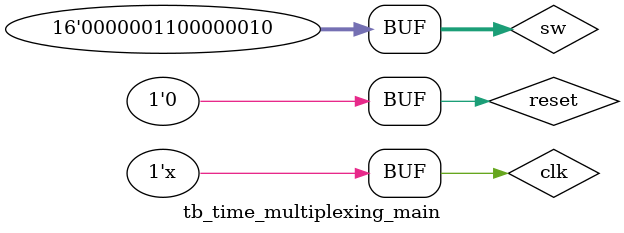
<source format=v>
`timescale 1ns / 1ps

module tb_time_multiplexing_main;   

    reg clk;
    reg reset;
    reg [15:0]sw;
    wire [3:0] an;
    wire [6:0] sseg;
        
time_multiplexing_main u1(
    .clk(clk),
    .reset(reset),
    .sw(sw),
    .an(an),
    .sseg(sseg)
);    

initial begin

sw = 16'h0000;
clk = 0;
reset = 0;

#30
reset = 0;    
sw = 16'h0008;  

#30;
reset = 0;
sw = 16'h4321;

#30;
reset = 0;
sw = 16'h0002;

#30;
reset = 0;
sw = 16'h0302;
end

always 
#5 clk = ~clk;

endmodule

</source>
